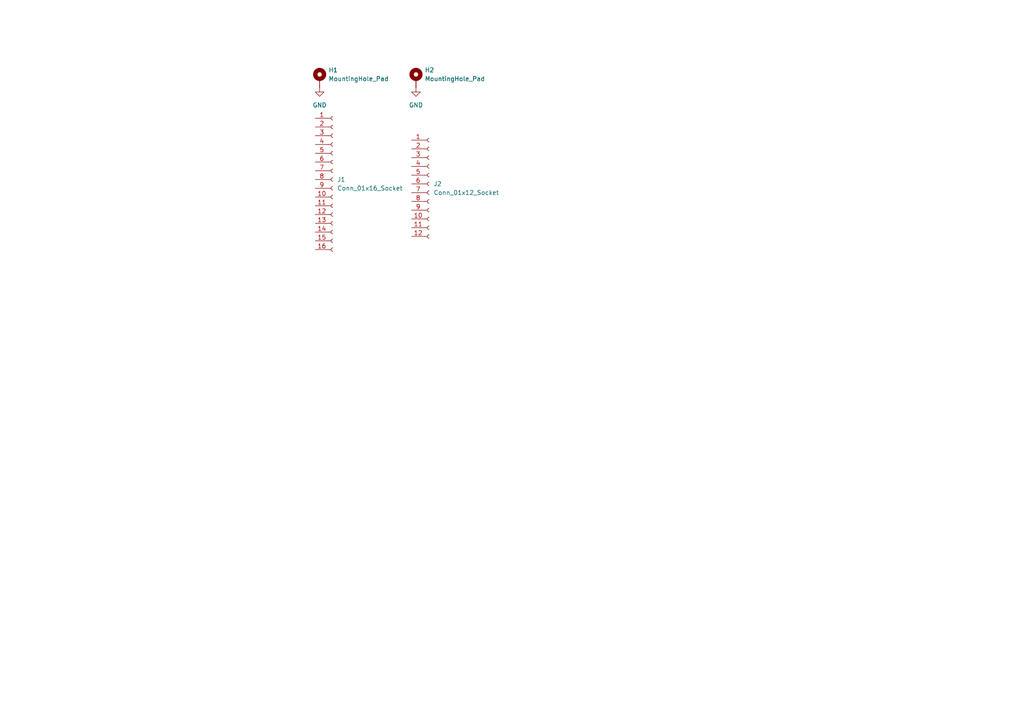
<source format=kicad_sch>
(kicad_sch (version 20250114) (generator "eeschema") (generator_version "9.0")
  (paper "A4")
  (lib_symbols
    (symbol "Connector:Conn_01x12_Socket" (pin_names (offset 1.016) (hide yes))
      (property "Reference" "J" (at 0 15.24 0))
      (property "Value" "Conn_01x12_Socket" (at 0 -17.78 0))
      (symbol "Conn_01x12_Socket_1_1"
        (polyline (pts (xy -1.27 12.7) (xy -0.508 12.7)) (stroke (width 0.1524)))
        (polyline (pts (xy -1.27 10.16) (xy -0.508 10.16)) (stroke (width 0.1524)))
        (polyline (pts (xy -1.27 7.62) (xy -0.508 7.62)) (stroke (width 0.1524)))
        (polyline (pts (xy -1.27 5.08) (xy -0.508 5.08)) (stroke (width 0.1524)))
        (polyline (pts (xy -1.27 2.54) (xy -0.508 2.54)) (stroke (width 0.1524)))
        (polyline (pts (xy -1.27 0) (xy -0.508 0)) (stroke (width 0.1524)))
        (polyline (pts (xy -1.27 -2.54) (xy -0.508 -2.54)) (stroke (width 0.1524)))
        (polyline (pts (xy -1.27 -5.08) (xy -0.508 -5.08)) (stroke (width 0.1524)))
        (polyline (pts (xy -1.27 -7.62) (xy -0.508 -7.62)) (stroke (width 0.1524)))
        (polyline (pts (xy -1.27 -10.16) (xy -0.508 -10.16)) (stroke (width 0.1524)))
        (polyline (pts (xy -1.27 -12.7) (xy -0.508 -12.7)) (stroke (width 0.1524)))
        (polyline (pts (xy -1.27 -15.24) (xy -0.508 -15.24)) (stroke (width 0.1524)))
        (arc (start 0 12.192) (mid -0.5058 12.7) (end 0 13.208) (stroke (width 0.1524)))
        (arc (start 0 9.652) (mid -0.5058 10.16) (end 0 10.668) (stroke (width 0.1524)))
        (arc (start 0 7.112) (mid -0.5058 7.62) (end 0 8.128) (stroke (width 0.1524)))
        (arc (start 0 4.572) (mid -0.5058 5.08) (end 0 5.588) (stroke (width 0.1524)))
        (arc (start 0 2.032) (mid -0.5058 2.54) (end 0 3.048) (stroke (width 0.1524)))
        (arc (start 0 -0.508) (mid -0.5058 0) (end 0 0.508) (stroke (width 0.1524)))
        (arc (start 0 -3.048) (mid -0.5058 -2.54) (end 0 -2.032) (stroke (width 0.1524)))
        (arc (start 0 -5.588) (mid -0.5058 -5.08) (end 0 -4.572) (stroke (width 0.1524)))
        (arc (start 0 -8.128) (mid -0.5058 -7.62) (end 0 -7.112) (stroke (width 0.1524)))
        (arc (start 0 -10.668) (mid -0.5058 -10.16) (end 0 -9.652) (stroke (width 0.1524)))
        (arc (start 0 -13.208) (mid -0.5058 -12.7) (end 0 -12.192) (stroke (width 0.1524)))
        (arc (start 0 -15.748) (mid -0.5058 -15.24) (end 0 -14.732) (stroke (width 0.1524)))
        (pin passive line (at -5.08 12.7 0) (length 3.81) (name "Pin_1") (number "1"))
        (pin passive line (at -5.08 10.16 0) (length 3.81) (name "Pin_2") (number "2"))
        (pin passive line (at -5.08 7.62 0) (length 3.81) (name "Pin_3") (number "3"))
        (pin passive line (at -5.08 5.08 0) (length 3.81) (name "Pin_4") (number "4"))
        (pin passive line (at -5.08 2.54 0) (length 3.81) (name "Pin_5") (number "5"))
        (pin passive line (at -5.08 0 0) (length 3.81) (name "Pin_6") (number "6"))
        (pin passive line (at -5.08 -2.54 0) (length 3.81) (name "Pin_7") (number "7"))
        (pin passive line (at -5.08 -5.08 0) (length 3.81) (name "Pin_8") (number "8"))
        (pin passive line (at -5.08 -7.62 0) (length 3.81) (name "Pin_9") (number "9"))
        (pin passive line (at -5.08 -10.16 0) (length 3.81) (name "Pin_10") (number "10"))
        (pin passive line (at -5.08 -12.7 0) (length 3.81) (name "Pin_11") (number "11"))
        (pin passive line (at -5.08 -15.24 0) (length 3.81) (name "Pin_12") (number "12"))
      )
    )
    (symbol "Connector:Conn_01x16_Socket" (pin_names (offset 1.016) (hide yes))
      (property "Reference" "J" (at 0 20.32 0))
      (property "Value" "Conn_01x16_Socket" (at 0 -22.86 0))
      (symbol "Conn_01x16_Socket_1_1"
        (polyline (pts (xy -1.27 17.78) (xy -0.508 17.78)) (stroke (width 0.1524)))
        (polyline (pts (xy -1.27 15.24) (xy -0.508 15.24)) (stroke (width 0.1524)))
        (polyline (pts (xy -1.27 12.7) (xy -0.508 12.7)) (stroke (width 0.1524)))
        (polyline (pts (xy -1.27 10.16) (xy -0.508 10.16)) (stroke (width 0.1524)))
        (polyline (pts (xy -1.27 7.62) (xy -0.508 7.62)) (stroke (width 0.1524)))
        (polyline (pts (xy -1.27 5.08) (xy -0.508 5.08)) (stroke (width 0.1524)))
        (polyline (pts (xy -1.27 2.54) (xy -0.508 2.54)) (stroke (width 0.1524)))
        (polyline (pts (xy -1.27 0) (xy -0.508 0)) (stroke (width 0.1524)))
        (polyline (pts (xy -1.27 -2.54) (xy -0.508 -2.54)) (stroke (width 0.1524)))
        (polyline (pts (xy -1.27 -5.08) (xy -0.508 -5.08)) (stroke (width 0.1524)))
        (polyline (pts (xy -1.27 -7.62) (xy -0.508 -7.62)) (stroke (width 0.1524)))
        (polyline (pts (xy -1.27 -10.16) (xy -0.508 -10.16)) (stroke (width 0.1524)))
        (polyline (pts (xy -1.27 -12.7) (xy -0.508 -12.7)) (stroke (width 0.1524)))
        (polyline (pts (xy -1.27 -15.24) (xy -0.508 -15.24)) (stroke (width 0.1524)))
        (polyline (pts (xy -1.27 -17.78) (xy -0.508 -17.78)) (stroke (width 0.1524)))
        (polyline (pts (xy -1.27 -20.32) (xy -0.508 -20.32)) (stroke (width 0.1524)))
        (arc (start 0 17.272) (mid -0.5058 17.78) (end 0 18.288) (stroke (width 0.1524)))
        (arc (start 0 14.732) (mid -0.5058 15.24) (end 0 15.748) (stroke (width 0.1524)))
        (arc (start 0 12.192) (mid -0.5058 12.7) (end 0 13.208) (stroke (width 0.1524)))
        (arc (start 0 9.652) (mid -0.5058 10.16) (end 0 10.668) (stroke (width 0.1524)))
        (arc (start 0 7.112) (mid -0.5058 7.62) (end 0 8.128) (stroke (width 0.1524)))
        (arc (start 0 4.572) (mid -0.5058 5.08) (end 0 5.588) (stroke (width 0.1524)))
        (arc (start 0 2.032) (mid -0.5058 2.54) (end 0 3.048) (stroke (width 0.1524)))
        (arc (start 0 -0.508) (mid -0.5058 0) (end 0 0.508) (stroke (width 0.1524)))
        (arc (start 0 -3.048) (mid -0.5058 -2.54) (end 0 -2.032) (stroke (width 0.1524)))
        (arc (start 0 -5.588) (mid -0.5058 -5.08) (end 0 -4.572) (stroke (width 0.1524)))
        (arc (start 0 -8.128) (mid -0.5058 -7.62) (end 0 -7.112) (stroke (width 0.1524)))
        (arc (start 0 -10.668) (mid -0.5058 -10.16) (end 0 -9.652) (stroke (width 0.1524)))
        (arc (start 0 -13.208) (mid -0.5058 -12.7) (end 0 -12.192) (stroke (width 0.1524)))
        (arc (start 0 -15.748) (mid -0.5058 -15.24) (end 0 -14.732) (stroke (width 0.1524)))
        (arc (start 0 -18.288) (mid -0.5058 -17.78) (end 0 -17.272) (stroke (width 0.1524)))
        (arc (start 0 -20.828) (mid -0.5058 -20.32) (end 0 -19.812) (stroke (width 0.1524)))
        (pin passive line (at -5.08 17.78 0) (length 3.81) (name "Pin_1") (number "1"))
        (pin passive line (at -5.08 15.24 0) (length 3.81) (name "Pin_2") (number "2"))
        (pin passive line (at -5.08 12.7 0) (length 3.81) (name "Pin_3") (number "3"))
        (pin passive line (at -5.08 10.16 0) (length 3.81) (name "Pin_4") (number "4"))
        (pin passive line (at -5.08 7.62 0) (length 3.81) (name "Pin_5") (number "5"))
        (pin passive line (at -5.08 5.08 0) (length 3.81) (name "Pin_6") (number "6"))
        (pin passive line (at -5.08 2.54 0) (length 3.81) (name "Pin_7") (number "7"))
        (pin passive line (at -5.08 0 0) (length 3.81) (name "Pin_8") (number "8"))
        (pin passive line (at -5.08 -2.54 0) (length 3.81) (name "Pin_9") (number "9"))
        (pin passive line (at -5.08 -5.08 0) (length 3.81) (name "Pin_10") (number "10"))
        (pin passive line (at -5.08 -7.62 0) (length 3.81) (name "Pin_11") (number "11"))
        (pin passive line (at -5.08 -10.16 0) (length 3.81) (name "Pin_12") (number "12"))
        (pin passive line (at -5.08 -12.7 0) (length 3.81) (name "Pin_13") (number "13"))
        (pin passive line (at -5.08 -15.24 0) (length 3.81) (name "Pin_14") (number "14"))
        (pin passive line (at -5.08 -17.78 0) (length 3.81) (name "Pin_15") (number "15"))
        (pin passive line (at -5.08 -20.32 0) (length 3.81) (name "Pin_16") (number "16"))
      )
    )
    (symbol "Mechanical:MountingHole_Pad" (pin_numbers (hide yes)) (pin_names (offset 1.016) (hide yes)) (in_bom no)
      (property "Reference" "H" (at 0 6.35 0))
      (property "Value" "MountingHole_Pad" (at 0 4.445 0))
      (symbol "MountingHole_Pad_0_1"
        (circle (center 0 1.27) (radius 1.27) (stroke (width 1.27)))
      )
      (symbol "MountingHole_Pad_1_1"
        (pin input line (at 0 -2.54 90) (length 2.54) (name "1") (number "1"))
      )
    )
    (symbol "power:GND" (power) (pin_numbers (hide yes)) (pin_names (offset 0) (hide yes))
      (property "Value" "GND" (at 0 -3.81 0))
      (symbol "GND_0_1"
        (polyline (pts (xy 0 0) (xy 0 -1.27) (xy 1.27 -1.27) (xy 0 -2.54) (xy -1.27 -1.27) (xy 0 -1.27)))
      )
      (symbol "GND_1_1"
        (pin power_in line (at 0 0 270) (length 0) (name "~") (number "1"))
      )
    )
  )
  (symbol (lib_id "Mechanical:MountingHole_Pad") (at 92.71 22.86 0) (unit 1) (in_bom no)
    (property "Reference" "H1" (at 95.25 20.3199 0) (effects (justify left)))
    (property "Value" "MountingHole_Pad" (at 95.25 22.8599 0) (effects (justify left)))
    (property "Footprint" "custom:MountingHole_2.5mm" (effects (hide yes)))
    (property "Description" "Mounting Hole with connection" (effects (hide yes)))
  )
  (symbol (lib_id "power:GND") (at 120.65 25.4 0) (unit 1)
    (property "Reference" "#PWR02" (effects (hide yes)))
    (property "Value" "GND" (at 120.65 30.48 0))
    (property "Description" "Power symbol creates a global label with name \"GND\" , ground" (effects (hide yes)))
  )
  (symbol (lib_id "Connector:Conn_01x12_Socket") (at 124.46 53.34 0) (unit 1)
    (property "Reference" "J2" (at 125.73 53.3399 0) (effects (justify left)))
    (property "Value" "Conn_01x12_Socket" (at 125.73 55.8799 0) (effects (justify left)))
    (property "Footprint" "Connector_PinSocket_2.54mm:PinSocket_1x12_P2.54mm_Vertical" (effects (hide yes)))
    (property "Description" "Generic connector, single row, 01x12, script generated" (effects (hide yes)))
  )
  (symbol (lib_id "Mechanical:MountingHole_Pad") (at 120.65 22.86 0) (unit 1) (in_bom no)
    (property "Reference" "H2" (at 123.19 20.3199 0) (effects (justify left)))
    (property "Value" "MountingHole_Pad" (at 123.19 22.8599 0) (effects (justify left)))
    (property "Footprint" "custom:MountingHole_2.5mm" (effects (hide yes)))
    (property "Description" "Mounting Hole with connection" (effects (hide yes)))
  )
  (symbol (lib_id "Connector:Conn_01x16_Socket") (at 96.52 52.07 0) (unit 1)
    (property "Reference" "J1" (at 97.79 52.0699 0) (effects (justify left)))
    (property "Value" "Conn_01x16_Socket" (at 97.79 54.6099 0) (effects (justify left)))
    (property "Footprint" "Connector_PinSocket_2.54mm:PinSocket_1x16_P2.54mm_Vertical" (effects (hide yes)))
    (property "Description" "Generic connector, single row, 01x16, script generated" (effects (hide yes)))
  )
  (symbol (lib_id "power:GND") (at 92.71 25.4 0) (unit 1)
    (property "Reference" "#PWR01" (effects (hide yes)))
    (property "Value" "GND" (at 92.71 30.48 0))
    (property "Description" "Power symbol creates a global label with name \"GND\" , ground" (effects (hide yes)))
  )
)
</source>
